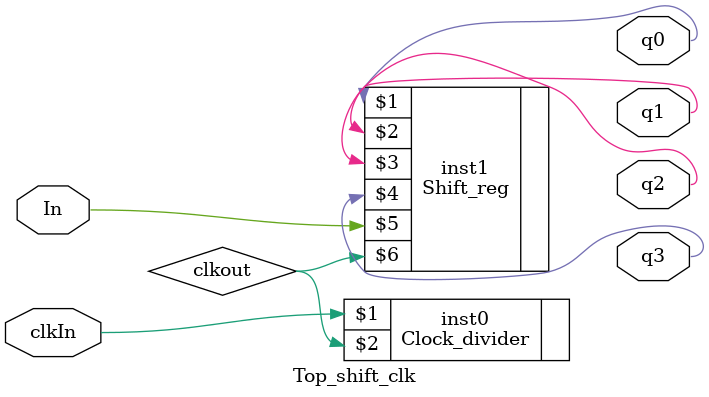
<source format=v>
`timescale 1ns / 1ps
module Top_shift_clk(clkIn, In, q0, q1, q2, q3);
input clkIn, In;
output q0, q1, q2, q3;
wire clkout;

Clock_divider inst0(clkIn, clkout);
Shift_reg inst1(q0, q1, q2, q3, In, clkout);

endmodule

</source>
